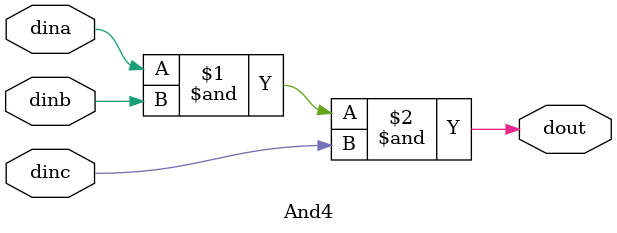
<source format=v>
`timescale 1ns / 1ps


module And4(
input dina,dinb,dinc,
output dout
);

assign dout = dina & dinb & dinc;
endmodule


</source>
